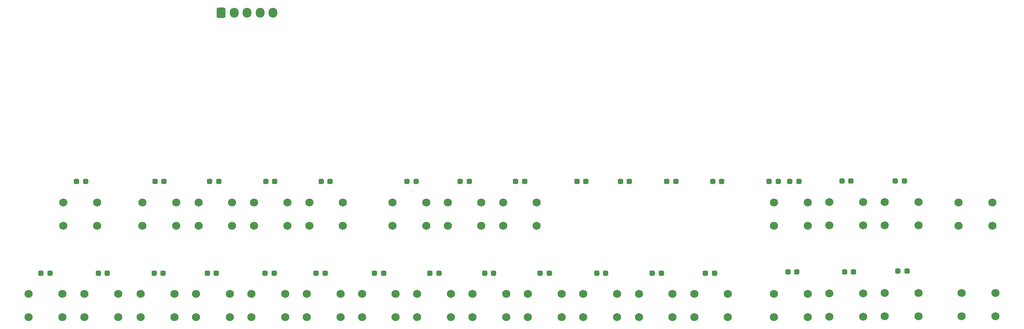
<source format=gts>
G04 #@! TF.GenerationSoftware,KiCad,Pcbnew,8.0.8*
G04 #@! TF.CreationDate,2025-03-23T17:18:30+09:00*
G04 #@! TF.ProjectId,panelBoard,70616e65-6c42-46f6-9172-642e6b696361,rev?*
G04 #@! TF.SameCoordinates,Original*
G04 #@! TF.FileFunction,Soldermask,Top*
G04 #@! TF.FilePolarity,Negative*
%FSLAX46Y46*%
G04 Gerber Fmt 4.6, Leading zero omitted, Abs format (unit mm)*
G04 Created by KiCad (PCBNEW 8.0.8) date 2025-03-23 17:18:30*
%MOMM*%
%LPD*%
G01*
G04 APERTURE LIST*
G04 Aperture macros list*
%AMRoundRect*
0 Rectangle with rounded corners*
0 $1 Rounding radius*
0 $2 $3 $4 $5 $6 $7 $8 $9 X,Y pos of 4 corners*
0 Add a 4 corners polygon primitive as box body*
4,1,4,$2,$3,$4,$5,$6,$7,$8,$9,$2,$3,0*
0 Add four circle primitives for the rounded corners*
1,1,$1+$1,$2,$3*
1,1,$1+$1,$4,$5*
1,1,$1+$1,$6,$7*
1,1,$1+$1,$8,$9*
0 Add four rect primitives between the rounded corners*
20,1,$1+$1,$2,$3,$4,$5,0*
20,1,$1+$1,$4,$5,$6,$7,0*
20,1,$1+$1,$6,$7,$8,$9,0*
20,1,$1+$1,$8,$9,$2,$3,0*%
G04 Aperture macros list end*
%ADD10C,1.575000*%
%ADD11RoundRect,0.237500X-0.287500X-0.237500X0.287500X-0.237500X0.287500X0.237500X-0.287500X0.237500X0*%
%ADD12RoundRect,0.250000X-0.600000X-0.725000X0.600000X-0.725000X0.600000X0.725000X-0.600000X0.725000X0*%
%ADD13O,1.700000X1.950000*%
G04 APERTURE END LIST*
D10*
X98960000Y-144659000D03*
X92460000Y-144659000D03*
X98960000Y-140159000D03*
X92460000Y-140159000D03*
D11*
X122053000Y-118533000D03*
X123803000Y-118533000D03*
D10*
X120259000Y-144659000D03*
X113759000Y-144659000D03*
X120259000Y-140159000D03*
X113759000Y-140159000D03*
X162956000Y-144659000D03*
X156456000Y-144659000D03*
X162956000Y-140159000D03*
X156456000Y-140159000D03*
D11*
X185172000Y-135932000D03*
X186922000Y-135932000D03*
D10*
X189003000Y-144659000D03*
X182503000Y-144659000D03*
X189003000Y-140159000D03*
X182503000Y-140159000D03*
D11*
X170680000Y-118533000D03*
X172430000Y-118533000D03*
D10*
X126126000Y-127097000D03*
X119626000Y-127097000D03*
X126126000Y-122597000D03*
X119626000Y-122597000D03*
X225163000Y-144496000D03*
X218663000Y-144496000D03*
X225163000Y-139996000D03*
X218663000Y-139996000D03*
D11*
X169309000Y-136186000D03*
X171059000Y-136186000D03*
X84588000Y-118533000D03*
X86338000Y-118533000D03*
X105543000Y-136186000D03*
X107293000Y-136186000D03*
D10*
X130927000Y-144659000D03*
X124427000Y-144659000D03*
X130927000Y-140159000D03*
X124427000Y-140159000D03*
D11*
X161818000Y-118533000D03*
X163568000Y-118533000D03*
D10*
X210341000Y-144532000D03*
X203841000Y-144532000D03*
X210341000Y-140032000D03*
X203841000Y-140032000D03*
D11*
X94289000Y-136186000D03*
X96039000Y-136186000D03*
D10*
X88788000Y-127097000D03*
X82288000Y-127097000D03*
X88788000Y-122597000D03*
X82288000Y-122597000D03*
D11*
X205864000Y-118406000D03*
X207614000Y-118406000D03*
X63252000Y-118533000D03*
X65002000Y-118533000D03*
D10*
X224528000Y-127042000D03*
X218028000Y-127042000D03*
X224528000Y-122542000D03*
X218028000Y-122542000D03*
X78120000Y-127097000D03*
X71620000Y-127097000D03*
X78120000Y-122597000D03*
X71620000Y-122597000D03*
D11*
X206395000Y-135805000D03*
X208145000Y-135805000D03*
D10*
X199684000Y-144623000D03*
X193184000Y-144623000D03*
X199684000Y-140123000D03*
X193184000Y-140123000D03*
D11*
X144518000Y-118533000D03*
X146268000Y-118533000D03*
X111775000Y-118533000D03*
X113525000Y-118533000D03*
D10*
X199671000Y-127006000D03*
X193171000Y-127006000D03*
X199671000Y-122506000D03*
X193171000Y-122506000D03*
X99456000Y-127042000D03*
X92956000Y-127042000D03*
X99456000Y-122542000D03*
X92956000Y-122542000D03*
D11*
X181588000Y-118533000D03*
X183338000Y-118533000D03*
D10*
X66981000Y-144659000D03*
X60481000Y-144659000D03*
X66981000Y-140159000D03*
X60481000Y-140159000D03*
X152263000Y-144659000D03*
X145763000Y-144659000D03*
X152263000Y-140159000D03*
X145763000Y-140159000D03*
D11*
X126741000Y-136186000D03*
X128491000Y-136186000D03*
X159047000Y-136186000D03*
X160797000Y-136186000D03*
D10*
X136794000Y-127097000D03*
X130294000Y-127097000D03*
X136794000Y-122597000D03*
X130294000Y-122597000D03*
X67302000Y-127097000D03*
X60802000Y-127097000D03*
X67302000Y-122597000D03*
X60802000Y-122597000D03*
D11*
X48130000Y-118533000D03*
X49880000Y-118533000D03*
X185553000Y-118533000D03*
X187303000Y-118533000D03*
D10*
X141595000Y-144659000D03*
X135095000Y-144659000D03*
X141595000Y-140159000D03*
X135095000Y-140159000D03*
X45366000Y-144659000D03*
X38866000Y-144659000D03*
X45366000Y-140159000D03*
X38866000Y-140159000D03*
D11*
X196094000Y-135932000D03*
X197844000Y-135932000D03*
X116209000Y-136186000D03*
X117959000Y-136186000D03*
X195573000Y-118442000D03*
X197323000Y-118442000D03*
X63072000Y-136186000D03*
X64822000Y-136186000D03*
D10*
X88292000Y-144659000D03*
X81792000Y-144659000D03*
X88292000Y-140159000D03*
X81792000Y-140159000D03*
D11*
X148331000Y-136186000D03*
X150081000Y-136186000D03*
D12*
X75971000Y-86021000D03*
D13*
X78471000Y-86021000D03*
X80971000Y-86021000D03*
X83471000Y-86021000D03*
X85971000Y-86021000D03*
D10*
X77647000Y-144659000D03*
X71147000Y-144659000D03*
X77647000Y-140159000D03*
X71147000Y-140159000D03*
X210304000Y-126970000D03*
X203804000Y-126970000D03*
X210304000Y-122470000D03*
X203804000Y-122470000D03*
D11*
X137432000Y-136186000D03*
X139182000Y-136186000D03*
D10*
X52062000Y-127097000D03*
X45562000Y-127097000D03*
X52062000Y-122597000D03*
X45562000Y-122597000D03*
X115481000Y-127097000D03*
X108981000Y-127097000D03*
X115481000Y-122597000D03*
X108981000Y-122597000D03*
D11*
X152914000Y-118533000D03*
X154664000Y-118533000D03*
D10*
X173622000Y-144659000D03*
X167122000Y-144659000D03*
X173622000Y-140159000D03*
X167122000Y-140159000D03*
D11*
X73306000Y-136186000D03*
X75056000Y-136186000D03*
D10*
X189003000Y-127042000D03*
X182503000Y-127042000D03*
X189003000Y-122542000D03*
X182503000Y-122542000D03*
D11*
X84473000Y-136186000D03*
X86223000Y-136186000D03*
X73793000Y-118533000D03*
X75543000Y-118533000D03*
D10*
X56161000Y-144659000D03*
X49661000Y-144659000D03*
X56161000Y-140159000D03*
X49661000Y-140159000D03*
D11*
X132721000Y-118533000D03*
X134471000Y-118533000D03*
X41293000Y-136186000D03*
X43043000Y-136186000D03*
X95256000Y-118533000D03*
X97006000Y-118533000D03*
D10*
X109616000Y-144659000D03*
X103116000Y-144659000D03*
X109616000Y-140159000D03*
X103116000Y-140159000D03*
D11*
X52328000Y-136186000D03*
X54078000Y-136186000D03*
M02*

</source>
